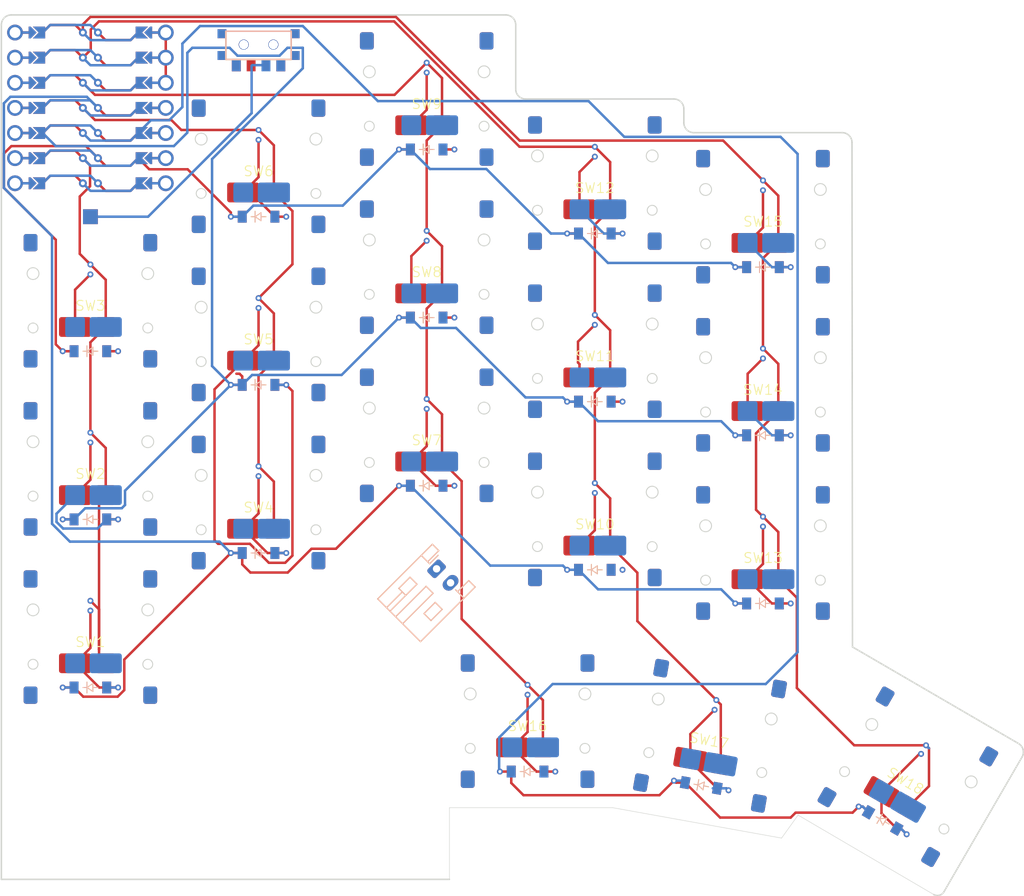
<source format=kicad_pcb>
(kicad_pcb (version 20241229) (generator "pcbnew") (generator_version "9.0")
  (title_block (title "main") (rev "v1.0.0") (company "Unknown"))
  (layers (0 "F.Cu" signal) (2 "B.Cu" signal) (13 "F.Paste" user) (15 "B.Paste" user) (5 "F.SilkS" user) (7 "B.SilkS" user) (1 "F.Mask" user) (3 "B.Mask" user) (25 "Edge.Cuts" user))
  (net 0 "")
  (net 1 "pinky_bottom")
  (net 2 "P5")
  (net 3 "pinky_home")
  (net 4 "pinky_top")
  (net 5 "ring_bottom")
  (net 6 "P3")
  (net 7 "ring_home")
  (net 8 "ring_top")
  (net 9 "middle_bottom")
  (net 10 "P2")
  (net 11 "middle_home")
  (net 12 "middle_top")
  (net 13 "index_bottom")
  (net 14 "P1")
  (net 15 "index_home")
  (net 16 "index_top")
  (net 17 "inner_bottom")
  (net 18 "P0")
  (net 19 "inner_home")
  (net 20 "inner_top")
  (net 21 "inner_thumb")
  (net 22 "middle_thumb")
  (net 23 "home_thumb")
  (net 24 "P10")
  (net 25 "P9")
  (net 26 "P8")
  (net 27 "P4")
  (net 28 "VCC5")
  (net 29 "GND")
  (net 30 "VCC3")
  (net 31 "RAW")
  (net 32 "P6")
  (net 33 "P7")
  (net 34 "pos")
  (net 35 "B-")
  (net 36 "BAT+")
  (footprint "E73:SPDT_C128955" (layer "F.Cu") (at 220.45 125.85)
    (property "Reference" "T1" (hide yes))
    (property "Value" "" (hide yes))
  )
  (footprint "leptiosis:CPG1316S01D02_reversible_mikefives" (layer "F.Cu") (at 254.45 156.85)
    (property "Reference" "SW11")
    (property "Value" "CPG1316S01D02_reversible_mikefives" (hide yes))
    (fp_circle (center -5.8 -2.75) (end -5.2 -2.75) (stroke (width 0.1)) (fill no) (layer "Edge.Cuts"))
    (fp_circle (center -5.8 2.75) (end -5.3 2.75) (stroke (width 0.1)) (fill no) (layer "Edge.Cuts"))
    (fp_circle (center 5.8 -2.75) (end 6.4 -2.75) (stroke (width 0.1)) (fill no) (layer "Edge.Cuts"))
    (fp_circle (center 5.8 2.75) (end 6.3 2.75) (stroke (width 0.1)) (fill no) (layer "Edge.Cuts"))
  )
  (footprint "leptiosis:CPG1316S01D02_reversible_mikefives" (layer "F.Cu") (at 266.095094 195.732504 -10)
    (property "Reference" "SW17")
    (property "Value" "CPG1316S01D02_reversible_mikefives" (hide yes))
    (fp_circle (center -5.8 2.75) (end -5.3 2.75) (stroke (width 0.1)) (fill no) (layer "Edge.Cuts"))
    (fp_circle (center -5.8 -2.75) (end -5.2 -2.75) (stroke (width 0.1)) (fill no) (layer "Edge.Cuts"))
    (fp_circle (center 5.8 2.75) (end 6.3 2.75) (stroke (width 0.1)) (fill no) (layer "Edge.Cuts"))
    (fp_circle (center 5.8 -2.75) (end 6.4 -2.75) (stroke (width 0.1)) (fill no) (layer "Edge.Cuts"))
  )
  (footprint "VIA-0.6mm" (layer "F.Cu") (at 254.45 153.18)
    (property "Reference" "REF**" (hide yes))
    (property "Value" "VIA-0.6mm" (hide yes))
  )
  (footprint "VIA-0.6mm" (layer "F.Cu") (at 223.25 177.25)
    (property "Reference" "REF**" (hide yes))
    (property "Value" "VIA-0.6mm" (hide yes))
  )
  (footprint "VIA-0.6mm" (layer "F.Cu") (at 237.45 161.68)
    (property "Reference" "REF**" (hide yes))
    (property "Value" "VIA-0.6mm" (hide yes))
  )
  (footprint "VIA-0.6mm" (layer "F.Cu") (at 234.65 136.45)
    (property "Reference" "REF**" (hide yes))
    (property "Value" "VIA-0.6mm" (hide yes))
  )
  (footprint "VIA-0.6mm" (layer "F.Cu") (at 254.45 170.18)
    (property "Reference" "REF**" (hide yes))
    (property "Value" "VIA-0.6mm" (hide yes))
  )
  (footprint "ComboDiode" (layer "F.Cu") (at 254.45 144.95)
    (property "Reference" "D12" (hide yes))
    (property "Value" "" (hide yes))
  )
  (footprint "Connector_JST:JST_PH_S2B-PH-K_1x02_P2.00mm_Horizontal" (layer "F.Cu") (at 238.45 178.85 -45)
    (property "Reference" "_73" (hide yes))
    (property "Value" "" (hide yes))
  )
  (footprint "ComboDiode" (layer "F.Cu") (at 283.550344 204.289076 -30)
    (property "Reference" "D18" (hide yes))
    (property "Value" "" (hide yes))
  )
  (footprint "VIA-0.6mm" (layer "F.Cu") (at 203.45 182.08)
    (property "Reference" "REF**" (hide yes))
    (property "Value" "VIA-0.6mm" (hide yes))
  )
  (footprint "ComboDiode" (layer "F.Cu") (at 265.209488 200.755023 -10)
    (property "Reference" "D17" (hide yes))
    (property "Value" "" (hide yes))
  )
  (footprint "ComboDiode" (layer "F.Cu") (at 220.45 160.25)
    (property "Reference" "D5" (hide yes))
    (property "Value" "" (hide yes))
  )
  (footprint "VIA-0.6mm" (layer "F.Cu") (at 271.45 157.58)
    (property "Reference" "REF**" (hide yes))
    (property "Value" "VIA-0.6mm" (hide yes))
  )
  (footprint "leptiosis:CPG1316S01D02_reversible_mikefives" (layer "F.Cu") (at 237.45 165.35)
    (property "Reference" "SW7")
    (property "Value" "CPG1316S01D02_reversible_mikefives" (hide yes))
    (fp_circle (center -5.8 -2.75) (end -5.2 -2.75) (stroke (width 0.1)) (fill no) (layer "Edge.Cuts"))
    (fp_circle (center -5.8 2.75) (end -5.3 2.75) (stroke (width 0.1)) (fill no) (layer "Edge.Cuts"))
    (fp_circle (center 5.8 -2.75) (end 6.4 -2.75) (stroke (width 0.1)) (fill no) (layer "Edge.Cuts"))
    (fp_circle (center 5.8 2.75) (end 6.3 2.75) (stroke (width 0.1)) (fill no) (layer "Edge.Cuts"))
  )
  (footprint "VIA-0.6mm" (layer "F.Cu") (at 223.25 160.25)
    (property "Reference" "REF**" (hide yes))
    (property "Value" "VIA-0.6mm" (hide yes))
  )
  (footprint "leptiosis:CPG1316S01D02_reversible_mikefives" (layer "F.Cu") (at 271.45 177.25)
    (property "Reference" "SW13")
    (property "Value" "CPG1316S01D02_reversible_mikefives" (hide yes))
    (fp_circle (center -5.8 -2.75) (end -5.2 -2.75) (stroke (width 0.1)) (fill no) (layer "Edge.Cuts"))
    (fp_circle (center -5.8 2.75) (end -5.3 2.75) (stroke (width 0.1)) (fill no) (layer "Edge.Cuts"))
    (fp_circle (center 5.8 -2.75) (end 6.4 -2.75) (stroke (width 0.1)) (fill no) (layer "Edge.Cuts"))
    (fp_circle (center 5.8 2.75) (end 6.3 2.75) (stroke (width 0.1)) (fill no) (layer "Edge.Cuts"))
  )
  (footprint "VIA-0.6mm" (layer "F.Cu") (at 262.452026 200.268808 -10)
    (property "Reference" "REF**" (hide yes))
    (property "Value" "VIA-0.6mm" (hide yes))
  )
  (footprint "VIA-0.6mm" (layer "F.Cu") (at 220.45 134.48)
    (property "Reference" "REF**" (hide yes))
    (property "Value" "VIA-0.6mm" (hide yes))
  )
  (footprint "VIA-0.6mm" (layer "F.Cu") (at 220.45 151.48)
    (property "Reference" "REF**" (hide yes))
    (property "Value" "VIA-0.6mm" (hide yes))
  )
  (footprint "VIA-0.6mm" (layer "F.Cu") (at 234.65 153.45)
    (property "Reference" "REF**" (hide yes))
    (property "Value" "VIA-0.6mm" (hide yes))
  )
  (footprint "VIA-0.6mm" (layer "F.Cu") (at 203.45 166.08)
    (property "Reference" "REF**" (hide yes))
    (property "Value" "VIA-0.6mm" (hide yes))
  )
  (footprint "ComboDiode" (layer "F.Cu") (at 237.45 170.45)
    (property "Reference" "D7" (hide yes))
    (property "Value" "" (hide yes))
  )
  (footprint "VIA-0.6mm" (layer "F.Cu") (at 257.25 144.95)
    (property "Reference" "REF**" (hide yes))
    (property "Value" "VIA-0.6mm" (hide yes))
  )
  (footprint "ComboDiode" (layer "F.Cu") (at 203.45 156.85)
    (property "Reference" "D3" (hide yes))
    (property "Value" "" (hide yes))
  )
  (footprint "ComboDiode" (layer "F.Cu") (at 203.45 173.85)
    (property "Reference" "D2" (hide yes))
    (property "Value" "" (hide yes))
  )
  (footprint "VIA-0.6mm" (layer "F.Cu") (at 254.45 154.18)
    (property "Reference" "REF**" (hide yes))
    (property "Value" "VIA-0.6mm" (hide yes))
  )
  (footprint "VIA-0.6mm" (layer "F.Cu") (at 220.45 135.48)
    (property "Reference" "REF**" (hide yes))
    (property "Value" "VIA-0.6mm" (hide yes))
  )
  (footprint "VIA-0.6mm" (layer "F.Cu") (at 217.65 143.25)
    (property "Reference" "REF**" (hide yes))
    (property "Value" "VIA-0.6mm" (hide yes))
  )
  (footprint "VIA-0.6mm" (layer "F.Cu") (at 206.25 173.85)
    (property "Reference" "REF**" (hide yes))
    (property "Value" "VIA-0.6mm" (hide yes))
  )
  (footprint "VIA-0.6mm" (layer "F.Cu") (at 237.45 162.68)
    (property "Reference" "REF**" (hide yes))
    (property "Value" "VIA-0.6mm" (hide yes))
  )
  (footprint "VIA-0.6mm" (layer "F.Cu") (at 223.25 143.25)
    (property "Reference" "REF**" (hide yes))
    (property "Value" "VIA-0.6mm" (hide yes))
  )
  (footprint "leptiosis:CPG1316S01D02_reversible_mikefives" (layer "F.Cu") (at 254.45 139.85)
    (property "Reference" "SW12")
    (property "Value" "CPG1316S01D02_reversible_mikefives" (hide yes))
    (fp_circle (center -5.8 -2.75) (end -5.2 -2.75) (stroke (width 0.1)) (fill no) (layer "Edge.Cuts"))
    (fp_circle (center -5.8 2.75) (end -5.3 2.75) (stroke (width 0.1)) (fill no) (layer "Edge.Cuts"))
    (fp_circle (center 5.8 -2.75) (end 6.4 -2.75) (stroke (width 0.1)) (fill no) (layer "Edge.Cuts"))
    (fp_circle (center 5.8 2.75) (end 6.3 2.75) (stroke (width 0.1)) (fill no) (layer "Edge.Cuts"))
  )
  (footprint "VIA-0.6mm" (layer "F.Cu") (at 274.25 182.35)
    (property "Reference" "REF**" (hide yes))
    (property "Value" "VIA-0.6mm" (hide yes))
  )
  (footprint "VIA-0.6mm" (layer "F.Cu") (at 271.45 139.58)
    (property "Reference" "REF**" (hide yes))
    (property "Value" "VIA-0.6mm" (hide yes))
  )
  (footprint "VIA-0.6mm" (layer "F.Cu") (at 200.65 173.85)
    (property "Reference" "REF**" (hide yes))
    (property "Value" "VIA-0.6mm" (hide yes))
  )
  (footprint "VIA-0.6mm" (layer "F.Cu") (at 268.65 165.35)
    (property "Reference" "REF**" (hide yes))
    (property "Value" "VIA-0.6mm" (hide yes))
  )
  (footprint "VIA-0.6mm" (layer "F.Cu") (at 254.45 137.18)
    (property "Reference" "REF**" (hide yes))
    (property "Value" "VIA-0.6mm" (hide yes))
  )
  (footprint "ComboDiode" (layer "F.Cu") (at 271.45 165.35)
    (property "Reference" "D14" (hide yes))
    (property "Value" "" (hide yes))
  )
  (footprint "ComboDiode" (layer "F.Cu") (at 271.45 148.35)
    (property "Reference" "D15" (hide yes))
    (property "Value" "" (hide yes))
  )
  (footprint "VIA-0.6mm" (layer "F.Cu") (at 268.65 148.35)
    (property "Reference" "REF**" (hide yes))
    (property "Value" "VIA-0.6mm" (hide yes))
  )
  (footprint "VIA-0.6mm" (layer "F.Cu") (at 271.45 173.58)
    (property "Reference" "REF**" (hide yes))
    (property "Value" "VIA-0.6mm" (hide yes))
  )
  (footprint "VIA-0.6mm" (layer "F.Cu") (at 240.25 136.45)
    (property "Reference" "REF**" (hide yes))
    (property "Value" "VIA-0.6mm" (hide yes))
  )
  (footprint "VIA-0.6mm" (layer "F.Cu") (at 257.25 178.95)
    (property "Reference" "REF**" (hide yes))
    (property "Value" "VIA-0.6mm" (hide yes))
  )
  (footprint "E73:SPDT_C128955" (layer "F.Cu") (at 220.45 125.85)
    (property "Reference" "T2" (hide yes))
    (property "Value" "" (hide yes))
  )
  (footprint "VIA-0.6mm" (layer "F.Cu") (at 220.45 168.48)
    (property "Reference" "REF**" (hide yes))
    (property "Value" "VIA-0.6mm" (hide yes))
  )
  (footprint "VIA-0.6mm" (layer "F.Cu") (at 271.45 140.58)
    (property "Reference" "REF**" (hide yes))
    (property "Value" "VIA-0.6mm" (hide yes))
  )
  (footprint "VIA-0.6mm" (layer "F.Cu") (at 285.975215 205.689076 -30)
    (property "Reference" "REF**" (hide yes))
    (property "Value" "VIA-0.6mm" (hide yes))
  )
  (footprint "ComboDiode" (layer "F.Cu") (at 237.45 153.45)
    (property "Reference" "D8" (hide yes))
    (property "Value" "" (hide yes))
  )
  (footprint "VIA-0.6mm" (layer "F.Cu") (at 274.25 165.35)
    (property "Reference" "REF**" (hide yes))
    (property "Value" "VIA-0.6mm" (hide yes))
  )
  (footprint "SMDPad" (layer "F.Cu") (at 203.45 143.25)
    (property "Reference" "PAD1" (hide yes))
    (property "Value" "" (hide yes))
  )
  (footprint "ComboDiode" (layer "F.Cu") (at 220.45 177.25)
    (property "Reference" "D4" (hide yes))
    (property "Value" "" (hide yes))
  )
  (footprint "leptiosis:CPG1316S01D02_reversible_mikefives" (layer "F.Cu") (at 203.45 151.75)
    (property "Reference" "SW3")
    (property "Value" "CPG1316S01D02_reversible_mikefives" (hide yes))
    (fp_circle (center -5.8 -2.75) (end -5.2 -2.75) (stroke (width 0.1)) (fill no) (layer "Edge.Cuts"))
    (fp_circle (center -5.8 2.75) (end -5.3 2.75) (stroke (width 0.1)) (fill no) (layer "Edge.Cuts"))
    (fp_circle (center 5.8 -2.75) (end 6.4 -2.75) (stroke (width 0.1)) (fill no) (layer "Edge.Cuts"))
    (fp_circle (center 5.8 2.75) (end 6.3 2.75) (stroke (width 0.1)) (fill no) (layer "Edge.Cuts"))
  )
  (footprint "ComboDiode" (layer "F.Cu") (at 203.45 190.85)
    (property "Reference" "D1" (hide yes))
    (property "Value" "" (hide yes))
  )
  (footprint "VIA-0.6mm" (layer "F.Cu") (at 217.65 160.25)
    (property "Reference" "REF**" (hide yes))
    (property "Value" "VIA-0.6mm" (hide yes))
  )
  (footprint "leptiosis:CPG1316S01D02_reversible_mikefives" (layer "F.Cu") (at 203.45 168.75)
    (property "Reference" "SW2")
    (property "Value" "CPG1316S01D02_reversible_mikefives" (hide yes))
    (fp_circle (center -5.8 -2.75) (end -5.2 -2.75) (stroke (width 0.1)) (fill no) (layer "Edge.Cuts"))
    (fp_circle (center -5.8 2.75) (end -5.3 2.75) (stroke (width 0.1)) (fill no) (layer "Edge.Cuts"))
    (fp_circle (center 5.8 -2.75) (end 6.4 -2.75) (stroke (width 0.1)) (fill no) (layer "Edge.Cuts"))
    (fp_circle (center 5.8 2.75) (end 6.3 2.75) (stroke (width 0.1)) (fill no) (layer "Edge.Cuts"))
  )
  (footprint "leptiosis:CPG1316S01D02_reversible_mikefives" (layer "F.Cu") (at 271.45 143.25)
    (property "Reference" "SW15")
    (property "Value" "CPG1316S01D02_reversible_mikefives" (hide yes))
    (fp_circle (center -5.8 -2.75) (end -5.2 -2.75) (stroke (width 0.1)) (fill no) (layer "Edge.Cuts"))
    (fp_circle (center -5.8 2.75) (end -5.3 2.75) (stroke (width 0.1)) (fill no) (layer "Edge.Cuts"))
    (fp_circle (center 5.8 -2.75) (end 6.4 -2.75) (stroke (width 0.1)) (fill no) (layer "Edge.Cuts"))
    (fp_circle (center 5.8 2.75) (end 6.3 2.75) (stroke (width 0.1)) (fill no) (layer "Edge.Cuts"))
  )
  (footprint "VIA-0.6mm" (layer "F.Cu") (at 251.65 144.95)
    (property "Reference" "REF**" (hide yes))
    (property "Value" "VIA-0.6mm" (hide yes))
  )
  (footprint "VIA-0.6mm" (layer "F.Cu") (at 200.65 190.85)
    (property "Reference" "REF**" (hide yes))
    (property "Value" "VIA-0.6mm" (hide yes))
  )
  (footprint "VIA-0.6mm" (layer "F.Cu") (at 254.45 136.18)
    (property "Reference" "REF**" (hide yes))
    (property "Value" "VIA-0.6mm" (hide yes))
  )
  (footprint "VIA-0.6mm" (layer "F.Cu") (at 237.45 127.68)
    (property "Reference" "REF**" (hide yes))
    (property "Value" "VIA-0.6mm" (hide yes))
  )
  (footprint "leptiosis:CPG1316S01D02_reversible_mikefives" (layer "F.Cu") (at 220.45 138.15)
    (property "Reference" "SW6")
    (property "Value" "CPG1316S01D02_reversible_mikefives" (hide yes))
    (fp_circle (center -5.8 -2.75) (end -5.2 -2.75) (stroke (width 0.1)) (fill no) (layer "Edge.Cuts"))
    (fp_circle (center -5.8 2.75) (end -5.3 2.75) (stroke (width 0.1)) (fill no) (layer "Edge.Cuts"))
    (fp_circle (center 5.8 -2.75) (end 6.4 -2.75) (stroke (width 0.1)) (fill no) (layer "Edge.Cuts"))
    (fp_circle (center 5.8 2.75) (end 6.3 2.75) (stroke (width 0.1)) (fill no) (layer "Edge.Cuts"))
  )
  (footprint "VIA-0.6mm" (layer "F.Cu") (at 251.65 178.95)
    (property "Reference" "REF**" (hide yes))
    (property "Value" "VIA-0.6mm" (hide yes))
  )
  (footprint "leptiosis:CPG1316S01D02_reversible_mikefives" (layer "F.Cu") (at 254.45 173.85)
    (property "Reference" "SW10")
    (property "Value" "CPG1316S01D02_reversible_mikefives" (hide yes))
    (fp_circle (center -5.8 -2.75) (end -5.2 -2.75) (stroke (width 0.1)) (fill no) (layer "Edge.Cuts"))
    (fp_circle (center -5.8 2.75) (end -5.3 2.75) (stroke (width 0.1)) (fill no) (layer "Edge.Cuts"))
    (fp_circle (center 5.8 -2.75) (end 6.4 -2.75) (stroke (width 0.1)) (fill no) (layer "Edge.Cuts"))
    (fp_circle (center 5.8 2.75) (end 6.3 2.75) (stroke (width 0.1)) (fill no) (layer "Edge.Cuts"))
  )
  (footprint "VIA-0.6mm" (layer "F.Cu") (at 250.45 199.35)
    (property "Reference" "REF**" (hide yes))
    (property "Value" "VIA-0.6mm" (hide yes))
  )
  (footprint "VIA-0.6mm" (layer "F.Cu") (at 247.65 190.58)
    (property "Reference" "REF**" (hide yes))
    (property "Value" "VIA-0.6mm" (hide yes))
  )
  (footprint "VIA-0.6mm" (layer "F.Cu") (at 240.25 170.45)
    (property "Reference" "REF**" (hide yes))
    (property "Value" "VIA-0.6mm" (hide yes))
  )
  (footprint "VIA-0.6mm" (layer "F.Cu") (at 266.558734 193.103067 -10)
    (property "Reference" "REF**" (hide yes))
    (property "Value" "VIA-0.6mm" (hide yes))
  )
  (footprint "VIA-0.6mm" (layer "F.Cu") (at 281.125473 202.889076 -30)
    (property "Reference" "REF**" (hide yes))
    (property "Value" "VIA-0.6mm" (hide yes))
  )
  (footprint "VIA-0.6mm" (layer "F.Cu") (at 203.45 149.08)
    (property "Reference" "REF**" (hide yes))
    (property "Value" "VIA-0.6mm" (hide yes))
  )
  (footprint "VIA-0.6mm" (layer "F.Cu") (at 244.85 199.35)
    (property "Reference" "REF**" (hide yes))
    (property "Value" "VIA-0.6mm" (hide yes))
  )
  (footprint "VIA-0.6mm" (layer "F.Cu") (at 234.65 170.45)
    (property "Reference" "REF**" (hide yes))
    (property "Value" "VIA-0.6mm" (hide yes))
  )
  (footprint "VIA-0.6mm" (layer "F.Cu") (at 203.45 148.08)
    (property "Reference" "REF**" (hide yes))
    (property "Value" "VIA-0.6mm" (hide yes))
  )
  (footprint "VIA-0.6mm" (layer "F.Cu") (at 271.45 156.58)
    (property "Reference" "REF**" (hide yes))
    (property "Value" "VIA-0.6mm" (hide yes))
  )
  (footprint "ComboDiode" (layer "F.Cu") (at 220.45 143.25)
    (property "Reference" "D6" (hide yes))
    (property "Value" "" (hide yes))
  )
  (footprint "ComboDiode" (layer "F.Cu") (at 254.45 178.95)
    (property "Reference" "D10" (hide yes))
    (property "Value" "" (hide yes))
  )
  (footprint "leptiosis:CPG1316S01D02_reversible_mikefives" (layer "F.Cu") (at 220.45 155.15)
    (property "Reference" "SW5")
    (property "Value" "CPG1316S01D02_reversible_mikefives" (hide yes))
    (fp_circle (center -5.8 -2.75) (end -5.2 -2.75) (stroke (width 0.1)) (fill no) (layer "Edge.Cuts"))
    (fp_circle (center -5.8 2.75) (end -5.3 2.75) (stroke (width 0.1)) (fill no) (layer "Edge.Cuts"))
    (fp_circle (center 5.8 -2.75) (end 6.4 -2.75) (stroke (width 0.1)) (fill no) (layer "Edge.Cuts"))
    (fp_circle (center 5.8 2.75) (end 6.3 2.75) (stroke (width 0.1)) (fill no) (layer "Edge.Cuts"))
  )
  (footprint "VIA-0.6mm" (layer "F.Cu") (at 274.25 148.35)
    (property "Reference" "REF**" (hide yes))
    (property "Value" "VIA-0.6mm" (hide yes))
  )
  (footprint "VIA-0.6mm" (layer "F.Cu") (at 237.45 144.68)
    (property "Reference" "REF**" (hide yes))
    (property "Value" "VIA-0.6mm" (hide yes))
  )
  (footprint "VIA-0.6mm" (layer "F.Cu") (at 287.935344 196.694033 -30)
    (property "Reference" "REF**" (hide yes))
    (property "Value" "VIA-0.6mm" (hide yes))
  )
  (footprint "VIA-0.6mm" (layer "F.Cu") (at 271.45 174.58)
    (property "Reference" "REF**" (hide yes))
    (property "Value" "VIA-0.6mm" (hide yes))
  )
  (footprint "leptiosis:CPG1316S01D02_reversible_mikefives" (layer "F.Cu") (at 247.65 194.25)
    (property "Reference" "SW16")
    (property "Value" "CPG1316S01D02_reversible_mikefives" (hide yes))
    (fp_circle (center -5.8 -2.75) (end -5.2 -2.75) (stroke (width 0.1)) (fill no) (layer "Edge.Cuts"))
    (fp_circle (center -5.8 2.75) (end -5.3 2.75) (stroke (width 0.1)) (fill no) (layer "Edge.Cuts"))
    (fp_circle (center 5.8 -2.75) (end 6.4 -2.75) (stroke (width 0.1)) (fill no) (layer "Edge.Cuts"))
    (fp_circle (center 5.8 2.75) (end 6.3 2.75) (stroke (width 0.1)) (fill no) (layer "Edge.Cuts"))
  )
  (footprint "VIA-0.6mm" (layer "F.Cu") (at 203.45 183.08)
    (property "Reference" "REF**" (hide yes))
    (property "Value" "VIA-0.6mm" (hide yes))
  )
  (footprint "VIA-0.6mm" (layer "F.Cu") (at 206.25 156.85)
    (property "Reference" "REF**" (hide yes))
    (property "Value" "VIA-0.6mm" (hide yes))
  )
  (footprint "VIA-0.6mm" (layer "F.Cu") (at 203.45 165.08)
    (property "Reference" "REF**" (hide yes))
    (property "Value" "VIA-0.6mm" (hide yes))
  )
  (footprint "leptiosis:CPG1316S01D02_reversible_mikefives" (layer "F.Cu") (at 237.45 131.35)
    (property "Reference" "SW9")
    (property "Value" "CPG1316S01D02_reversible_mikefives" (hide yes))
    (fp_circle (center -5.8 -2.75) (end -5.2 -2.75) (stroke (width 0.1)) (fill no) (layer "Edge.Cuts"))
    (fp_circle (center -5.8 2.75) (end -5.3 2.75) (stroke (width 0.1)) (fill no) (layer "Edge.Cuts"))
    (fp_circle (center 5.8 -2.75) (end 6.4 -2.75) (stroke (width 0.1)) (fill no) (layer "Edge.Cuts"))
    (fp_circle (center 5.8 2.75) (end 6.3 2.75) (stroke (width 0.1)) (fill no) (layer "Edge.Cuts"))
  )
  (footprint "VIA-0.6mm" (layer "F.Cu") (at 287.435344 197.560058 -30)
    (property "Reference" "REF**" (hide yes))
    (property "Value" "VIA-0.6mm" (hide yes))
  )
  (footprint "VIA-0.6mm" (layer "F.Cu") (at 251.65 161.95)
    (property "Reference" "REF**" (hide yes))
    (property "Value" "VIA-0.6mm" (hide yes))
  )
  (footprint "VIA-0.6mm" (layer "F.Cu") (at 237.45 128.68)
    (property "Reference" "REF**" (hide yes))
    (property "Value" "VIA-0.6mm" (hide yes))
  )
  (footprint "VIA-0.6mm" (layer "F.Cu") (at 206.25 190.85)
    (property "Reference" "REF**" (hide yes))
    (property "Value" "VIA-0.6mm" (hide yes))
  )
  (footprint "VIA-0.6mm" (layer "F.Cu") (at 237.45 145.68)
    (property "Reference" "REF**" (hide yes))
    (property "Value" "VIA-0.6mm" (hide yes))
  )
  (footprint "VIA-0.6mm" (layer "F.Cu") (at 266.732383 192.118259 -10)
    (property "Reference" "REF**" (hide yes))
    (property "Value" "VIA-0.6mm" (hide yes))
  )
  (footprint "VIA-0.6mm" (layer "F.Cu") (at 217.65 177.25)
    (property "Reference" "REF**" (hide yes))
    (property "Value" "VIA-0.6mm" (hide yes))
  )
  (footprint "leptiosis:CPG1316S01D02_reversible_mikefives" (layer "F.Cu") (at 271.45 160.25)
    (property "Reference" "SW14")
    (property "Value" "CPG1316S01D02_reversible_mikefives" (hide yes))
    (fp_circle (center -5.8 -2.75) (end -5.2 -2.75) (stroke (width 0.1)) (fill no) (layer "Edge.Cuts"))
    (fp_circle (center -5.8 2.75) (end -5.3 2.75) (stroke (width 0.1)) (fill no) (layer "Edge.Cuts"))
    (fp_circle (center 5.8 -2.75) (end 6.4 -2.75) (stroke (width 0.1)) (fill no) (layer "Edge.Cuts"))
    (fp_circle (center 5.8 2.75) (end 6.3 2.75) (stroke (width 0.1)) (fill no) (layer "Edge.Cuts"))
  )
  (footprint "VIA-0.6mm" (layer "F.Cu") (at 254.45 171.18)
    (property "Reference" "REF**" (hide yes))
    (property "Value" "VIA-0.6mm" (hide yes))
  )
  (footprint "leptiosis:CPG1316S01D02_reversible_mikefives" (layer "F.Cu") (at 237.45 148.35)
    (property "Reference" "SW8")
    (property "Value" "CPG1316S01D02_reversible_mikefives" (hide yes))
    (fp_circle (center -5.8 -2.75) (end -5.2 -2.75) (stroke (width 0.1)) (fill no) (layer "Edge.Cuts"))
    (fp_circle (center -5.8 2.75) (end -5.3 2.75) (stroke (width 0.1)) (fill no) (layer "Edge.Cuts"))
    (fp_circle (center 5.8 -2.75) (end 6.4 -2.75) (stroke (width 0.1)) (fill no) (layer "Edge.Cuts"))
    (fp_circle (center 5.8 2.75) (end 6.3 2.75) (stroke (width 0.1)) (fill no) (layer "Edge.Cuts"))
  )
  (footprint "VIA-0.6mm" (layer "F.Cu") (at 220.45 169.48)
    (property "Reference" "REF**" (hide yes))
    (property "Value" "VIA-0.6mm" (hide yes))
  )
  (footprint "leptiosis:CPG1316S01D02_reversible_mikefives" (layer "F.Cu") (at 286.100344 199.872346 -30)
    (property "Reference" "SW18")
    (property "Value" "CPG1316S01D02_reversible_mikefives" (hide yes))
    (fp_circle (center -5.8 2.75) (end -5.3 2.75) (stroke (width 0.1)) (fill no) (layer "Edge.Cuts"))
    (fp_circle (center -5.8 -2.75) (end -5.2 -2.75) (stroke (width 0.1)) (fill no) (layer "Edge.Cuts"))
    (fp_circle (center 5.8 2.75) (end 6.3 2.75) (stroke (width 0.1)) (fill no) (layer "Edge.Cuts"))
    (fp_circle (center 5.8 -2.75) (end 6.4 -2.75) (stroke (width 0.1)) (fill no) (layer "Edge.Cuts"))
  )
  (footprint "VIA-0.6mm" (layer "F.Cu") (at 267.96695 201.241238 -10)
    (property "Reference" "REF**" (hide yes))
    (property "Value" "VIA-0.6mm" (hide yes))
  )
  (footprint "VIA-0.6mm" (layer "F.Cu") (at 200.65 156.85)
    (property "Reference" "REF**" (hide yes))
    (property "Value" "VIA-0.6mm" (hide yes))
  )
  (footprint "VIA-0.6mm" (layer "F.Cu") (at 257.25 161.95)
    (property "Reference" "REF**" (hide yes))
    (property "Value" "VIA-0.6mm" (hide yes))
  )
  (footprint "VIA-0.6mm" (layer "F.Cu") (at 247.65 191.58)
    (property "Reference" "REF**" (hide yes))
    (property "Value" "VIA-0.6mm" (hide yes))
  )
  (footprint "ComboDiode" (layer "F.Cu") (at 247.65 199.35)
    (property "Reference" "D16" (hide yes))
    (property "Value" "" (hide yes))
  )
  (footprint "leptiosis:CPG1316S01D02_reversible_mikefives" (layer "F.Cu") (at 220.45 172.15)
    (property "Reference" "SW4")
    (property "Value" "CPG1316S01D02_reversible_mikefives" (hide yes))
    (fp_circle (center -5.8 -2.75) (end -5.2 -2.75) (stroke (width 0.1)) (fill no) (layer "Edge.Cuts"))
    (fp_circle (center -5.8 2.75) (end -5.3 2.75) (stroke (width 0.1)) (fill no) (layer "Edge.Cuts"))
    (fp_circle (center 5.8 -2.75) (end 6.4 -2.75) (stroke (width 0.1)) (fill no) (layer "Edge.Cuts"))
    (fp_circle (center 5.8 2.75) (end 6.3 2.75) (stroke (width 0.1)) (fill no) (layer "Edge.Cuts"))
  )
  (footprint "xiao-ble" (layer "F.Cu") (at 194.56 142.75 -90)
    (property "Reference" "xiao-ble1" (hide yes))
    (property "Value" "ProMicro" (hide yes))
  )
  (footprint "ComboDiode" (layer "F.Cu") (at 237.45 136.45)
    (property "Reference" "D9" (hide yes))
    (property "Value" "" (hide yes))
  )
  (footprint "ComboDiode" (layer "F.Cu") (at 254.45 161.95)
    (property "Reference" "D11" (hide yes))
    (property "Value" "" (hide yes))
  )
  (footprint "leptiosis:CPG1316S01D02_reversible_mikefives" (layer "F.Cu") (at 203.45 185.75)
    (property "Reference" "SW1")
    (property "Value" "CPG1316S01D02_reversible_mikefives" (hide yes))
    (fp_circle (center -5.8 -2.75) (end -5.2 -2.75) (stroke (width 0.1)) (fill no) (layer "Edge.Cuts"))
    (fp_circle (center -5.8 2.75) (end -5.3 2.75) (stroke (width 0.1)) (fill no) (layer "Edge.Cuts"))
    (fp_circle (center 5.8 -2.75) (end 6.4 -2.75) (stroke (width 0.1)) (fill no) (layer "Edge.Cuts"))
    (fp_circle (center 5.8 2.75) (end 6.3 2.75) (stroke (width 0.1)) (fill no) (layer "Edge.Cuts"))
  )
  (footprint "VIA-0.6mm" (layer "F.Cu") (at 268.65 182.35)
    (property "Reference" "REF**" (hide yes))
    (property "Value" "VIA-0.6mm" (hide yes))
  )
  (footprint "ComboDiode" (layer "F.Cu") (at 271.45 182.35)
    (property "Reference" "D13" (hide yes))
    (property "Value" "" (hide yes))
  )
  (footprint "VIA-0.6mm" (layer "F.Cu") (at 240.25 153.45)
    (property "Reference" "REF**" (hide yes))
    (property "Value" "VIA-0.6mm" (hide yes))
  )
  (footprint "VIA-0.6mm" (layer "F.Cu") (at 220.45 152.48)
    (property "Reference" "REF**" (hide yes))
    (property "Value" "VIA-0.6mm" (hide yes))
  )
  (gr_arc (start 297.278547 196.511131) (mid 297.744473 197.118337) (end 297.644572 197.877156) (stroke (width 0.15)) (layer "Edge.Cuts"))
  (gr_arc (start 289.75 211.5) (mid 289.287751 211.854696) (end 288.710083 211.778645) (stroke (width 0.15)) (layer "Edge.Cuts"))
  (gr_line (start 239.75 203) (end 256.25 203) (stroke (width 0.05)) (layer "Edge.Cuts"))
  (gr_line (start 289.75 211.5) (end 297.644572 197.877156) (stroke (width 0.15)) (layer "Edge.Cuts"))
  (gr_line (start 194.45 210.25) (end 194.45 123.85) (stroke (width 0.15)) (layer "Edge.Cuts"))
  (gr_arc (start 262.45 131.35) (mid 263.157107 131.642893) (end 263.45 132.35) (stroke (width 0.15)) (layer "Edge.Cuts"))
  (gr_line (start 297.278547 196.51113) (end 280.5 186.75) (stroke (width 0.15)) (layer "Edge.Cuts"))
  (gr_arc (start 279.45 134.75) (mid 280.157107 135.042893) (end 280.45 135.75) (stroke (width 0.15)) (layer "Edge.Cuts"))
  (gr_line (start 275 203.75) (end 273.327716 206.076051) (stroke (width 0.05)) (layer "Edge.Cuts"))
  (gr_line (start 280.5 186.75) (end 280.45 135.75) (stroke (width 0.15)) (layer "Edge.Cuts"))
  (gr_line (start 279.45 134.75) (end 264.45 134.75) (stroke (width 0.15)) (layer "Edge.Cuts"))
  (gr_line (start 239.75 203) (end 239.75 210.25) (stroke (width 0.05)) (layer "Edge.Cuts"))
  (gr_arc (start 194.45 123.85) (mid 194.742893 123.142893) (end 195.45 122.85) (stroke (width 0.15)) (layer "Edge.Cuts"))
  (gr_line (start 262.45 131.35) (end 247.45 131.35) (stroke (width 0.15)) (layer "Edge.Cuts"))
  (gr_arc (start 245.45 122.85) (mid 246.157107 123.142893) (end 246.45 123.85) (stroke (width 0.15)) (layer "Edge.Cuts"))
  (gr_arc (start 247.45 131.35) (mid 246.742893 131.057107) (end 246.45 130.35) (stroke (width 0.15)) (layer "Edge.Cuts"))
  (gr_line (start 263.45 133.75) (end 263.45 132.35) (stroke (width 0.15)) (layer "Edge.Cuts"))
  (gr_line (start 195.45 122.85) (end 245.45 122.85) (stroke (width 0.15)) (layer "Edge.Cuts"))
  (gr_line (start 239.75 210.25) (end 194.45 210.25) (stroke (width 0.15)) (layer "Edge.Cuts"))
  (gr_line (start 288.710006 211.778645) (end 275 203.75) (stroke (width 0.05)) (layer "Edge.Cuts"))
  (gr_arc (start 264.45 134.75) (mid 263.742893 134.457107) (end 263.45 133.75) (stroke (width 0.15)) (layer "Edge.Cuts"))
  (gr_line (start 246.45 130.35) (end 246.45 123.85) (stroke (width 0.15)) (layer "Edge.Cuts"))
  (gr_line (start 256.25 203) (end 273.327716 206.076051) (stroke (width 0.05)) (layer "Edge.Cuts"))
  (segment (start 211.07 124.63) (end 211.07 128.945) (width 0.25) (layer "F.Cu") (net 0))
  (segment (start 201.9 188.4) (end 203.45 186.85) (width 0.25) (layer "F.Cu") (net 1))
  (segment (start 203.45 186.85) (end 203.45 183.08) (width 0.25) (layer "F.Cu") (net 1))
  (segment (start 204.35 190.85) (end 201.9 188.4) (width 0.25) (layer "F.Cu") (net 1))
  (segment (start 205.1 190.85) (end 204.35 190.85) (width 0.25) (layer "F.Cu") (net 1))
  (segment (start 205.1 190.85) (end 206.25 190.85) (width 0.25) (layer "F.Cu") (net 1))
  (segment (start 205.1 190.85) (end 206.25 190.85) (width 0.25) (layer "B.Cu") (net 1))
  (segment (start 205 154.4) (end 203.45 155.95) (width 0.25) (layer "F.Cu") (net 2))
  (segment (start 203.45 165.08) (end 205 166.63) (width 0.25) (layer "F.Cu") (net 2))
  (segment (start 203.45 182.08) (end 204.324 182.954) (width 0.25) (layer "F.Cu") (net 2))
  (segment (start 203.414 138.056) (end 202.688 137.33) (width 0.25) (layer "F.Cu") (net 2))
  (segment (start 203.45 155.95) (end 203.45 165.08) (width 0.25) (layer "F.Cu") (net 2))
  (segment (start 203.185 147.815) (end 202.374 147.004) (width 0.25) (layer "F.Cu") (net 2))
  (segment (start 205 166.63) (end 205 171.4) (width 0.25) (layer "F.Cu") (net 2))
  (segment (start 203.45 148.08) (end 203.185 147.815) (width 0.25) (layer "F.Cu") (net 2))
  (segment (start 203.414 140.17072) (end 203.414 138.056) (width 0.25) (layer "F.Cu") (net 2))
  (segment (start 204.324 187.724) (end 205 188.4) (width 0.25) (layer "F.Cu") (net 2))
  (segment (start 204.324 172.076) (end 204.324 187) (width 0.25) (layer "F.Cu") (net 2))
  (segment (start 202.374 141.21072) (end 203.414 140.17072) (width 0.25) (layer "F.Cu") (net 2))
  (segment (start 205 149.63) (end 205 154.4) (width 0.25) (layer "F.Cu") (net 2))
  (segment (start 202.374 147.004) (end 202.374 141.21072) (width 0.25) (layer "F.Cu") (net 2))
  (segment (start 205 171.4) (end 204.324 172.076) (width 0.25) (layer "F.Cu") (net 2))
  (segment (start 203.185 147.815) (end 205 149.63) (width 0.25) (layer "F.Cu") (net 2))
  (segment (start 204.324 187) (end 204.324 187.724) (width 0.25) (layer "F.Cu") (net 2))
  (segment (start 204.324 182.954) (end 204.324 187) (width 0.25) (layer "F.Cu") (net 2))
  (segment (start 203.45 169.85) (end 201.9 171.4) (width 0.25) (layer "F.Cu") (net 3))
  (segment (start 203.45 166.08) (end 203.45 169.85) (width 0.25) (layer "F.Cu") (net 3))
  (segment (start 205.1 173.85) (end 206.25 173.85) (width 0.25) (layer "F.Cu") (net 3))
  (segment (start 204.174 174.776) (end 200.690702 174.776) (width 0.25) (layer "B.Cu") (net 3))
  (segment (start 200.024 174.109298) (end 200.024 173.276) (width 0.25) (layer "B.Cu") (net 3))
  (segment (start 200.690702 174.776) (end 200.024 174.109298) (width 0.25) (layer "B.Cu") (net 3))
  (segment (start 200.024 173.276) (end 201.9 171.4) (width 0.25) (layer "B.Cu") (net 3))
  (segment (start 205.1 173.85) (end 206.25 173.85) (width 0.25) (layer "B.Cu") (net 3))
  (segment (start 205.1 173.85) (end 204.174 174.776) (width 0.25) (layer "B.Cu") (net 3))
  (segment (start 205.1 156.85) (end 206.25 156.85) (width 0.25) (layer "F.Cu") (net 4))
  (segment (start 201.9 154.4) (end 201.9 150.63) (width 0.25) (layer "F.Cu") (net 4))
  (segment (start 201.9 150.63) (end 203.45 149.08) (width 0.25) (layer "F.Cu") (net 4))
  (segment (start 220.45 173.25) (end 218.9 174.8) (width 0.25) (layer "F.Cu") (net 5))
  (segment (start 222.1 177.25) (end 223.25 177.25) (width 0.25) (layer "F.Cu") (net 5))
  (segment (start 220.45 169.48) (end 220.45 173.25) (width 0.25) (layer "F.Cu") (net 5))
  (segment (start 221.35 177.25) (end 222.1 177.25) (width 0.25) (layer "F.Cu") (net 5))
  (segment (start 218.9 174.8) (end 221.35 177.25) (width 0.25) (layer "F.Cu") (net 5))
  (segment (start 222.1 177.25) (end 223.25 177.25) (width 0.25) (layer "B.Cu") (net 5))
  (segment (start 220.45 159.35) (end 220.45 168.48) (width 0.25) (layer "F.Cu") (net 6))
  (segment (start 220.45 134.48) (end 212.640405 134.48) (width 0.25) (layer "F.Cu") (net 6))
  (segment (start 222 170.03) (end 222 174.8) (width 0.25) (layer "F.Cu") (net 6))
  (segment (start 220.45 151.48) (end 222 153.03) (width 0.25) (layer "F.Cu") (net 6))
  (segment (start 223.876 142.676) (end 223.876 148.054) (width 0.25) (layer "F.Cu") (net 6))
  (segment (start 223.876 148.054) (end 220.45 151.48) (width 0.25) (layer "F.Cu") (net 6))
  (segment (start 222 157.8) (end 220.45 159.35) (width 0.25) (layer "F.Cu") (net 6))
  (segment (start 212.640405 134.48) (end 211.632406 133.472001) (width 0.25) (layer "F.Cu") (net 6))
  (segment (start 222 136.03) (end 222 140.8) (width 0.25) (layer "F.Cu") (net 6))
  (segment (start 220.45 134.48) (end 222 136.03) (width 0.25) (layer "F.Cu") (net 6))
  (segment (start 211.632406 133.472001) (end 203.910001 133.472001) (width 0.25) (layer "F.Cu") (net 6))
  (segment (start 222 153.03) (end 222 157.8) (width 0.25) (layer "F.Cu") (net 6))
  (segment (start 203.910001 133.472001) (end 202.688 132.25) (width 0.25) (layer "F.Cu") (net 6))
  (segment (start 220.45 168.48) (end 222 170.03) (width 0.25) (layer "F.Cu") (net 6))
  (segment (start 222 140.8) (end 223.876 142.676) (width 0.25) (layer "F.Cu") (net 6))
  (segment (start 219.576 176.324) (end 221.492676 178.240676) (width 0.25) (layer "F.Cu") (net 7))
  (segment (start 221.492676 178.240676) (end 223.144622 178.240676) (width 0.25) (layer "F.Cu") (net 7))
  (segment (start 223.876 177.509298) (end 223.876 160.876) (width 0.25) (layer "F.Cu") (net 7))
  (segment (start 216.357298 176.324) (end 219.576 176.324) (width 0.25) (layer "F.Cu") (net 7))
  (segment (start 216 160.7) (end 216 175.966702) (width 0.25) (layer "F.Cu") (net 7))
  (segment (start 220.45 156.25) (end 220.45 152.48) (width 0.25) (layer "F.Cu") (net 7))
  (segment (start 218.9 157.8) (end 220.45 156.25) (width 0.25) (layer "F.Cu") (net 7))
  (segment (start 222.1 160.25) (end 223.25 160.25) (width 0.25) (layer "F.Cu") (net 7))
  (segment (start 218.9 157.8) (end 216 160.7) (width 0.25) (layer "F.Cu") (net 7))
  (segment (start 223.876 160.876) (end 223.25 160.25) (width 0.25) (layer "F.Cu") (net 7))
  (segment (start 223.144622 178.240676) (end 223.876 177.509298) (width 0.25) (layer "F.Cu") (net 7))
  (segment (start 216 175.966702) (end 216.357298 176.324) (width 0.25) (layer "F.Cu") (net 7))
  (segment (start 222.1 160.25) (end 223.25 160.25) (width 0.25) (layer "B.Cu") (net 7))
  (segment (start 219.65 140.8) (end 222.1 143.25) (width 0.25) (layer "F.Cu") (net 8))
  (segment (start 218.9 140.8) (end 219.65 140.8) (width 0.25) (layer "F.Cu") (net 8))
  (segment (start 218.9 140.8) (end 220.45 139.25) (width 0.25) (layer "F.Cu") (net 8))
  (segment (start 222.1 143.25) (end 223.25 143.25) (width 0.25) (layer "F.Cu") (net 8))
  (segment (start 220.45 139.25) (end 220.45 135.48) (width 0.25) (layer "F.Cu") (net 8))
  (segment (start 237.45 162.68) (end 237.45 166.45) (width 0.25) (layer "F.Cu") (net 9))
  (segment (start 235.9 168) (end 238.35 170.45) (width 0.25) (layer "F.Cu") (net 9))
  (segment (start 237.45 166.45) (end 235.9 168) (width 0.25) (layer "F.Cu") (net 9))
  (segment (start 239.1 170.45) (end 240.25 170.45) (width 0.25) (layer "F.Cu") (net 9))
  (segment (start 238.35 170.45) (end 239.1 170.45) (width 0.25) (layer "F.Cu") (net 9))
  (segment (start 237.45 144.68) (end 239 146.23) (width 0.25) (layer "F.Cu") (net 10))
  (segment (start 239 134) (end 237.45 135.55) (width 0.25) (layer "F.Cu") (net 10))
  (segment (start 247.65 190.58) (end 249.2 192.13) (width 0.25) (layer "F.Cu") (net 10))
  (segment (start 239 163.23) (end 239 168) (width 0.25) (layer "F.Cu") (net 10))
  (segment (start 203.910001 130.932001) (end 202.688 129.71) (width 0.25) (layer "F.Cu") (net 10))
  (segment (start 234.197999 130.932001) (end 203.910001 130.932001) (width 0.25) (layer "F.Cu") (net 10))
  (segment (start 239 129.23) (end 239 134) (width 0.25) (layer "F.Cu") (net 10))
  (segment (start 239 146.23) (end 239 151) (width 0.25) (layer "F.Cu") (net 10))
  (segment (start 239 168) (end 240.984668 169.984668) (width 0.25) (layer "F.Cu") (net 10))
  (segment (start 237.45 127.68) (end 239 129.23) (width 0.25) (layer "F.Cu") (net 10))
  (segment (start 237.45 135.55) (end 237.45 144.68) (width 0.25) (layer "F.Cu") (net 10))
  (segment (start 237.45 127.68) (end 234.197999 130.932001) (width 0.25) (layer "F.Cu") (net 10))
  (segment (start 249.2 192.13) (end 249.2 196.9) (width 0.25) (layer "F.Cu") (net 10))
  (segment (start 240.984668 183.914668) (end 247.65 190.58) (width 0.25) (layer "F.Cu") (net 10))
  (segment (start 237.45 152.55) (end 237.45 161.68) (width 0.25) (layer "F.Cu") (net 10))
  (segment (start 239 151) (end 237.45 152.55) (width 0.25) (layer "F.Cu") (net 10))
  (segment (start 240.984668 169.984668) (end 240.984668 183.914668) (width 0.25) (layer "F.Cu") (net 10))
  (segment (start 237.45 161.68) (end 239 163.23) (width 0.25) (layer "F.Cu") (net 10))
  (segment (start 235.9 147.23) (end 235.9 151) (width 0.25) (layer "F.Cu") (net 11))
  (segment (start 239.1 153.45) (end 240.25 153.45) (width 0.25) (layer "F.Cu") (net 11))
  (segment (start 237.45 145.68) (end 235.9 147.23) (width 0.25) (layer "F.Cu") (net 11))
  (segment (start 239.1 136.45) (end 240.25 136.45) (width 0.25) (layer "F.Cu") (net 12))
  (segment (start 237.45 132.45) (end 235.9 134) (width 0.25) (layer "F.Cu") (net 12))
  (segment (start 237.45 128.68) (end 237.45 132.45) (width 0.25) (layer "F.Cu") (net 12))
  (segment (start 254.45 171.18) (end 254.45 174.95) (width 0.25) (layer "F.Cu") (net 13))
  (segment (start 254.45 174.95) (end 252.9 176.5) (width 0.25) (layer "F.Cu") (net 13))
  (segment (start 256 171.73) (end 256 176.5) (width 0.25) (layer "F.Cu") (net 14))
  (segment (start 258.75 184.135876) (end 266.732383 192.118259) (width 0.25) (layer "F.Cu") (net 14))
  (segment (start 254.45 153.18) (end 256 154.73) (width 0.25) (layer "F.Cu") (net 14))
  (segment (start 254.45 170.18) (end 256 171.73) (width 0.25) (layer "F.Cu") (net 14))
  (segment (start 203.486 126.372) (end 202.688 127.17) (width 0.25) (layer "F.Cu") (net 14))
  (segment (start 256 142.5) (end 254.45 144.05) (width 0.25) (layer "F.Cu") (net 14))
  (segment (start 267.184734 198.588043) (end 267.161378 198.611399) (width 0.25) (layer "F.Cu") (net 14))
  (segment (start 266.732383 192.118259) (end 267.184734 192.57061) (width 0.25) (layer "F.Cu") (net 14))
  (segment (start 254.45 136.18) (end 256 137.73) (width 0.25) (layer "F.Cu") (net 14))
  (segment (start 203.486 124.32928) (end 203.486 126.372) (width 0.25) (layer "F.Cu") (net 14))
  (segment (start 246.835298 136.18) (end 234.159298 123.504) (width 0.25) (layer "F.Cu") (net 14))
  (segment (start 256 176.5) (end 258.75 179.25) (width 0.25) (layer "F.Cu") (net 14))
  (segment (start 258.75 179.25) (end 258.75 184.135876) (width 0.25) (layer "F.Cu") (net 14))
  (segment (start 254.45 144.05) (end 254.45 153.18) (width 0.25) (layer "F.Cu") (net 14))
  (segment (start 254.45 161.05) (end 254.45 170.18) (width 0.25) (layer "F.Cu") (net 14))
  (segment (start 234.159298 123.504) (end 204.31128 123.504) (width 0.25) (layer "F.Cu") (net 14))
  (segment (start 256 154.73) (end 256 159.5) (width 0.25) (layer "F.Cu") (net 14))
  (segment (start 204.31128 123.504) (end 203.486 124.32928) (width 0.25) (layer "F.Cu") (net 14))
  (segment (start 256 159.5) (end 254.45 161.05) (width 0.25) (layer "F.Cu") (net 14))
  (segment (start 267.184734 192.57061) (end 267.184734 198.588043) (width 0.25) (layer "F.Cu") (net 14))
  (segment (start 254.45 136.18) (end 246.835298 136.18) (width 0.25) (layer "F.Cu") (net 14))
  (segment (start 256 137.73) (end 256 142.5) (width 0.25) (layer "F.Cu") (net 14))
  (segment (start 252.75 155.88) (end 252.75 158) (width 0.25) (layer "F.Cu") (net 15))
  (segment (start 252.9 158.15) (end 252.9 159.5) (width 0.25) (layer "F.Cu") (net 15))
  (segment (start 254.45 154.18) (end 252.75 155.88) (width 0.25) (layer "F.Cu") (net 15))
  (segment (start 256.1 161.95) (end 257.25 161.95) (width 0.25) (layer "F.Cu") (net 15))
  (segment (start 252.75 158) (end 252.9 158.15) (width 0.25) (layer "F.Cu") (net 15))
  (segment (start 252.9 138.73) (end 252.9 142.5) (width 0.25) (layer "F.Cu") (net 16))
  (segment (start 256.1 144.95) (end 257.25 144.95) (width 0.25) (layer "F.Cu") (net 16))
  (segment (start 254.45 137.18) (end 252.9 138.73) (width 0.25) (layer "F.Cu") (net 16))
  (segment (start 256.1 144.95) (end 257.25 144.95) (width 0.25) (layer "B.Cu") (net 16))
  (segment (start 252.9 142.5) (end 255.35 144.95) (width 0.25) (layer "B.Cu") (net 16))
  (segment (start 255.35 144.95) (end 256.1 144.95) (width 0.25) (layer "B.Cu") (net 16))
  (segment (start 273.1 182.35) (end 274.25 182.35) (width 0.25) (layer "F.Cu") (net 17))
  (segment (start 271.45 174.58) (end 271.45 178.35) (width 0.25) (layer "F.Cu") (net 17))
  (segment (start 272.35 182.35) (end 269.9 179.9) (width 0.25) (layer "F.Cu") (net 17))
  (segment (start 273.1 182.35) (end 272.35 182.35) (width 0.25) (layer "F.Cu") (net 17))
  (segment (start 271.45 178.35) (end 269.9 179.9) (width 0.25) (layer "F.Cu") (net 17))
  (segment (start 271.45 139.58) (end 273 141.13) (width 0.25) (layer "F.Cu") (net 18))
  (segment (start 271.45 156.58) (end 273 158.13) (width 0.25) (layer "F.Cu") (net 18))
  (segment (start 287.935344 196.694033) (end 288.235344 196.994033) (width 0.25) (layer "F.Cu") (net 18))
  (segment (start 280.675162 196.694033) (end 274.876 190.894871) (width 0.25) (layer "F.Cu") (net 18))
  (segment (start 273 145.9) (end 271.45 147.45) (width 0.25) (layer "F.Cu") (net 18))
  (segment (start 234.346108 123.053) (end 203.447 123.053) (width 0.25) (layer "F.Cu") (net 18))
  (segment (start 273 158.13) (end 273 162.9) (width 0.25) (layer "F.Cu") (net 18))
  (segment (start 288.235344 196.994033) (end 288.235344 200.824652) (width 0.25) (layer "F.Cu") (net 18))
  (segment (start 287.935344 196.694033) (end 280.675162 196.694033) (width 0.25) (layer "F.Cu") (net 18))
  (segment (start 274.876 181.776) (end 273 179.9) (width 0.25) (layer "F.Cu") (net 18))
  (segment (start 270.75 165.15) (end 270.75 172.88) (width 0.25) (layer "F.Cu") (net 18))
  (segment (start 202.688 123.812) (end 202.688 124.63) (width 0.25) (layer "F.Cu") (net 18))
  (segment (start 271.45 173.58) (end 273 175.13) (width 0.25) (layer "F.Cu") (net 18))
  (segment (start 270.75 172.88) (end 271.45 173.58) (width 0.25) (layer "F.Cu") (net 18))
  (segment (start 203.447 123.053) (end 202.688 123.812) (width 0.25) (layer "F.Cu") (net 18))
  (segment (start 271.45 147.45) (end 271.45 156.58) (width 0.25) (layer "F.Cu") (net 18))
  (segment (start 273 175.13) (end 273 179.9) (width 0.25) (layer "F.Cu") (net 18))
  (segment (start 271.45 139.58) (end 267.424 135.554) (width 0.25) (layer "F.Cu") (net 18))
  (segment (start 273 141.13) (end 273 145.9) (width 0.25) (layer "F.Cu") (net 18))
  (segment (start 274.876 190.894871) (end 274.876 181.776) (width 0.25) (layer "F.Cu") (net 18))
  (segment (start 267.424 135.554) (end 246.847108 135.554) (width 0.25) (layer "F.Cu") (net 18))
  (segment (start 273 162.9) (end 270.75 165.15) (width 0.25) (layer "F.Cu") (net 18))
  (segment (start 246.847108 135.554) (end 234.346108 123.053) (width 0.25) (layer "F.Cu") (net 18))
  (segment (start 288.235344 200.824652) (end 286.117683 202.942313) (width 0.25) (layer "F.Cu") (net 18))
  (segment (start 288.235344 196.994033) (end 287.935344 196.694033) (width 0.25) (layer "B.Cu") (net 18))
  (segment (start 273.1 165.35) (end 274.25 165.35) (width 0.25) (layer "F.Cu") (net 19))
  (segment (start 271.45 157.58) (end 269.9 159.13) (width 0.25) (layer "F.Cu") (net 19))
  (segment (start 269.9 159.13) (end 269.9 162.9) (width 0.25) (layer "F.Cu") (net 19))
  (segment (start 273.1 165.35) (end 274.25 165.35) (width 0.25) (layer "B.Cu") (net 19))
  (segment (start 269.9 162.9) (end 272.35 165.35) (width 0.25) (layer "B.Cu") (net 19))
  (segment (start 272.35 165.35) (end 273.1 165.35) (width 0.25) (layer "B.Cu") (net 19))
  (segment (start 273.1 148.35) (end 274.25 148.35) (width 0.25) (layer "F.Cu") (net 20))
  (segment (start 271.45 140.58) (end 271.45 144.35) (width 0.25) (layer "F.Cu") (net 20))
  (segment (start 271.45 144.35) (end 269.9 145.9) (width 0.25) (layer "F.Cu") (net 20))
  (segment (start 269.9 145.9) (end 272.35 148.35) (width 0.25) (layer "B.Cu") (net 20))
  (segment (start 273.1 148.35) (end 274.25 148.35) (width 0.25) (layer "B.Cu") (net 20))
  (segment (start 272.35 148.35) (end 273.1 148.35) (width 0.25) (layer "B.Cu") (net 20))
  (segment (start 246.1 196.9) (end 248.55 199.35) (width 0.25) (layer "F.Cu") (net 21))
  (segment (start 249.3 199.35) (end 250.45 199.35) (width 0.25) (layer "F.Cu") (net 21))
  (segment (start 247.65 191.58) (end 247.65 195.35) (width 0.25) (layer "F.Cu") (net 21))
  (segment (start 247.65 195.35) (end 246.1 196.9) (width 0.25) (layer "F.Cu") (net 21))
  (segment (start 248.55 199.35) (end 249.3 199.35) (width 0.25) (layer "F.Cu") (net 21))
  (segment (start 264.108474 198.07309) (end 264.108474 198.315595) (width 0.25) (layer "F.Cu") (net 22))
  (segment (start 266.558734 193.103067) (end 264.108474 195.553327) (width 0.25) (layer "F.Cu") (net 22))
  (segment (start 264.108474 198.315595) (end 266.834421 201.041542) (width 0.25) (layer "F.Cu") (net 22))
  (segment (start 264.108474 195.553327) (end 264.108474 198.07309) (width 0.25) (layer "F.Cu") (net 22))
  (segment (start 267.767254 201.041542) (end 267.96695 201.241238) (width 0.25) (layer "B.Cu") (net 22))
  (segment (start 266.834421 201.041542) (end 266.377479 201.041542) (width 0.25) (layer "B.Cu") (net 22))
  (segment (start 266.834421 201.041542) (end 267.767254 201.041542) (width 0.25) (layer "B.Cu") (net 22))
  (segment (start 264.108474 198.772537) (end 264.108474 198.07309) (width 0.25) (layer "B.Cu") (net 22))
  (segment (start 283.433005 203.567795) (end 283.433005 201.392313) (width 0.25) (layer "F.Cu") (net 23))
  (segment (start 287.26526 197.560058) (end 287.435344 197.560058) (width 0.25) (layer "F.Cu") (net 23))
  (segment (start 284.979286 205.114076) (end 283.433005 203.567795) (width 0.25) (layer "F.Cu") (net 23))
  (segment (start 284.979286 205.114076) (end 285.400215 205.114076) (width 0.25) (layer "F.Cu") (net 23))
  (segment (start 285.400215 205.114076) (end 285.975215 205.689076) (width 0.25) (layer "F.Cu") (net 23))
  (segment (start 283.433005 201.392313) (end 287.26526 197.560058) (width 0.25) (layer "F.Cu") (net 23))
  (segment (start 285.400215 205.114076) (end 285.975215 205.689076) (width 0.25) (layer "B.Cu") (net 23))
  (segment (start 223.402486 179.226) (end 225.804486 176.824) (width 0.25) (layer "F.Cu") (net 24))
  (segment (start 225.804486 176.824) (end 228.276 176.824) (width 0.25) (layer "F.Cu") (net 24))
  (segment (start 218.8 177.25) (end 217.65 177.25) (width 0.25) (layer "F.Cu") (net 24))
  (segment (start 218.8 178.4) (end 219.626 179.226) (width 0.25) (layer "F.Cu") (net 24))
  (segment (start 268.65 182.35) (end 269.8 182.35) (width 0.25) (layer "F.Cu") (net 24))
  (segment (start 217.65 177.25) (end 206.876 188.024) (width 0.25) (layer "F.Cu") (net 24))
  (segment (start 201.75 191) (end 201.8 190.95) (width 0.25) (layer "F.Cu") (net 24))
  (segment (start 228.276 176.824) (end 234.65 170.45) (width 0.25) (layer "F.Cu") (net 24))
  (segment (start 234.65 170.45) (end 235.8 170.45) (width 0.25) (layer "F.Cu") (net 24))
  (segment (start 218.8 177.25) (end 218.8 178.4) (width 0.25) (layer "F.Cu") (net 24))
  (segment (start 200.65 190.85) (end 201.8 190.85) (width 0.25) (layer "F.Cu") (net 24))
  (segment (start 206.209298 191.776) (end 202.726 191.776) (width 0.25) (layer "F.Cu") (net 24))
  (segment (start 202.726 191.776) (end 201.8 190.85) (width 0.25) (layer "F.Cu") (net 24))
  (segment (start 206.876 191.109298) (end 206.209298 191.776) (width 0.25) (layer "F.Cu") (net 24))
  (segment (start 201.8 190.95) (end 201.8 190.85) (width 0.25) (layer "F.Cu") (net 24))
  (segment (start 206.876 188.024) (end 206.876 191.109298) (width 0.25) (layer "F.Cu") (net 24))
  (segment (start 219.626 179.226) (end 223.402486 179.226) (width 0.25) (layer "F.Cu") (net 24))
  (segment (start 199.573 145.205405) (end 194.704 140.336405) (width 0.25) (layer "B.Cu") (net 24))
  (segment (start 268.65 182.35) (end 267.226 180.926) (width 0.25) (layer "B.Cu") (net 24))
  (segment (start 203.086 131.124) (end 204.212 132.25) (width 0.25) (layer "B.Cu") (net 24))
  (segment (start 251.65 178.95) (end 251.224 178.524) (width 0.25) (layer "B.Cu") (net 24))
  (segment (start 243.874 178.524) (end 235.8 170.45) (width 0.25) (layer "B.Cu") (net 24))
  (segment (start 267.226 180.926) (end 254.776 180.926) (width 0.25) (layer "B.Cu") (net 24))
  (segment (start 254.776 180.926) (end 252.8 178.95) (width 0.25) (layer "B.Cu") (net 24))
  (segment (start 194.704 131.783595) (end 195.363595 131.124) (width 0.25) (layer "B.Cu") (net 24))
  (segment (start 194.704 140.336405) (end 194.704 131.783595) (width 0.25) (layer "B.Cu") (net 24))
  (segment (start 235.8 170.45) (end 234.65 170.45) (width 0.25) (layer "B.Cu") (net 24))
  (segment (start 251.224 178.524) (end 243.874 178.524) (width 0.25) (layer "B.Cu") (net 24))
  (segment (start 252.8 178.95) (end 251.65 178.95) (width 0.25) (layer "B.Cu") (net 24))
  (segment (start 217.65 177.25) (end 216.5 176.1) (width 0.25) (layer "B.Cu") (net 24))
  (segment (start 199.573 174.296108) (end 199.573 145.205405) (width 0.25) (layer "B.Cu") (net 24))
  (segment (start 218.8 177.25) (end 217.65 177.25) (width 0.25) (layer "B.Cu") (net 24))
  (segment (start 201.8 190.85) (end 200.65 190.85) (width 0.25) (layer "B.Cu") (net 24))
  (segment (start 195.363595 131.124) (end 203.086 131.124) (width 0.25) (layer "B.Cu") (net 24))
  (segment (start 201.376892 176.1) (end 199.573 174.296108) (width 0.25) (layer "B.Cu") (net 24))
  (segment (start 216.5 176.1) (end 201.376892 176.1) (width 0.25) (layer "B.Cu") (net 24))
  (segment (start 268.65 182.35) (end 269.8 182.35) (width 0.25) (layer "B.Cu") (net 24))
  (segment (start 234.65 153.45) (end 235.8 153.45) (width 0.25) (layer "F.Cu") (net 25))
  (segment (start 200.65 173.85) (end 201.8 173.85) (width 0.25) (layer "F.Cu") (net 25))
  (segment (start 218.526 159.126) (end 218.21181 159.126) (width 0.25) (layer "F.Cu") (net 25))
  (segment (start 268.65 165.35) (end 269.8 165.35) (width 0.25) (layer "F.Cu") (net 25))
  (segment (start 218.8 160.25) (end 218.8 159.4) (width 0.25) (layer "F.Cu") (net 25))
  (segment (start 218.8 159.4) (end 218.526 159.126) (width 0.25) (layer "F.Cu") (net 25))
  (segment (start 252.8 161.95) (end 251.65 161.95) (width 0.25) (layer "F.Cu") (net 25))
  (segment (start 218.8 160.25) (end 217.65 160.25) (width 0.25) (layer "F.Cu") (net 25))
  (segment (start 213.25 134.75) (end 211.892 136.108) (width 0.25) (layer "B.Cu") (net 25))
  (segment (start 224.926 128.244215) (end 224.926 126.174) (width 0.25) (layer "B.Cu") (net 25))
  (segment (start 211.892 136.108) (end 199.942 136.108) (width 0.25) (layer "B.Cu") (net 25))
  (segment (start 206.620514 172.726) (end 202.924 172.726) (width 0.25) (layer "B.Cu") (net 25))
  (segment (start 247.445514 161.524) (end 240.421514 154.5) (width 0.25) (layer "B.Cu") (net 25))
  (segment (start 228.85 159.25) (end 219.8 159.25) (width 0.25) (layer "B.Cu") (net 25))
  (segment (start 254.776 163.926) (end 252.8 161.95) (width 0.25) (layer "B.Cu") (net 25))
  (segment (start 252.8 161.95) (end 251.65 161.95) (width 0.25) (layer "B.Cu") (net 25))
  (segment (start 224.926 126.174) (end 223.374 126.174) (width 0.25) (layer "B.Cu") (net 25))
  (segment (start 267.226 163.926) (end 254.776 163.926) (width 0.25) (layer "B.Cu") (net 25))
  (segment (start 215.75 158.35) (end 215.75 137.420215) (width 0.25) (layer "B.Cu") (net 25))
  (segment (start 235.8 153.45) (end 234.65 153.45) (width 0.25) (layer "B.Cu") (net 25))
  (segment (start 218.326 126.974) (end 217.526 126.174) (width 0.25) (layer "B.Cu") (net 25))
  (segment (start 206.951 172.395514) (end 206.620514 172.726) (width 0.25) (layer "B.Cu") (net 25))
  (segment (start 251.224 161.524) (end 247.445514 161.524) (width 0.25) (layer "B.Cu") (net 25))
  (segment (start 217.65 160.25) (end 215.75 158.35) (width 0.25) (layer "B.Cu") (net 25))
  (segment (start 251.65 161.95) (end 251.224 161.524) (width 0.25) (layer "B.Cu") (net 25))
  (segment (start 213.25 126.678405) (end 213.25 134.75) (width 0.25) (layer "B.Cu") (net 25))
  (segment (start 206.951 170.949) (end 206.951 172.395514) (width 0.25) (layer "B.Cu") (net 25))
  (segment (start 215.75 137.420215) (end 224.926 128.244215) (width 0.25) (layer "B.Cu") (net 25))
  (segment (start 236.85 154.5) (end 235.8 153.45) (width 0.25) (layer "B.Cu") (net 25))
  (segment (start 234.65 153.45) (end 228.85 159.25) (width 0.25) (layer "B.Cu") (net 25))
  (segment (start 268.65 165.35) (end 269.8 165.35) (width 0.25) (layer "B.Cu") (net 25))
  (segment (start 201.8 173.85) (end 200.65 173.85) (width 0.25) (layer "B.Cu") (net 25))
  (segment (start 202.924 172.726) (end 201.8 173.85) (width 0.25) (layer "B.Cu") (net 25))
  (segment (start 219.8 159.25) (end 218.8 160.25) (width 0.25) (layer "B.Cu") (net 25))
  (segment (start 268.65 165.35) (end 267.226 163.926) (width 0.25) (layer "B.Cu") (net 25))
  (segment (start 217.526 126.174) (end 213.754405 126.174) (width 0.25) (layer "B.Cu") (net 25))
  (segment (start 223.374 126.174) (end 222.574 126.974) (width 0.25) (layer "B.Cu") (net 25))
  (segment (start 218.8 160.25) (end 217.65 160.25) (width 0.25) (layer "B.Cu") (net 25))
  (segment (start 199.942 136.108) (end 198.624 134.79) (width 0.25) (layer "B.Cu") (net 25))
  (segment (start 240.421514 154.5) (end 236.85 154.5) (width 0.25) (layer "B.Cu") (net 25))
  (segment (start 222.574 126.974) (end 218.326 126.974) (width 0.25) (layer "B.Cu") (net 25))
  (segment (start 213.754405 126.174) (end 213.25 126.678405) (width 0.25) (layer "B.Cu") (net 25))
  (segment (start 217.65 160.25) (end 206.951 170.949) (width 0.25) (layer "B.Cu") (net 25))
  (segment (start 200.65 156.85) (end 199.949 156.149) (width 0.25) (layer "F.Cu") (net 26))
  (segment (start 217.65 143.25) (end 218.8 143.25) (width 0.25) (layer "F.Cu") (net 26))
  (segment (start 200.65 156.85) (end 201.8 156.85) (width 0.25) (layer "F.Cu") (net 26))
  (segment (start 217.65 143.25) (end 217.65 142.825736) (width 0.25) (layer "F.Cu") (net 26))
  (segment (start 202.994 136.112) (end 204.212 137.33) (width 0.25) (layer "F.Cu") (net 26))
  (segment (start 217.65 142.825736) (end 213.280264 138.456) (width 0.25) (layer "F.Cu") (net 26))
  (segment (start 209.402 138.456) (end 208.276 137.33) (width 0.25) (layer "F.Cu") (net 26))
  (segment (start 194.704 140.336405) (end 194.704 136.863595) (width 0.25) (layer "F.Cu") (net 26))
  (segment (start 234.65 136.45) (end 235.8 136.45) (width 0.25) (layer "F.Cu") (net 26))
  (segment (start 195.455595 136.112) (end 202.994 136.112) (width 0.25) (layer "F.Cu") (net 26))
  (segment (start 199.949 156.149) (end 199.949 145.581405) (width 0.25) (layer "F.Cu") (net 26))
  (segment (start 252.8 144.95) (end 251.65 144.95) (width 0.25) (layer "F.Cu") (net 26))
  (segment (start 213.280264 138.456) (end 209.402 138.456) (width 0.25) (layer "F.Cu") (net 26))
  (segment (start 269.8 148.35) (end 268.65 148.35) (width 0.25) (layer "F.Cu") (net 26))
  (segment (start 194.704 136.863595) (end 195.455595 136.112) (width 0.25) (layer "F.Cu") (net 26))
  (segment (start 199.949 145.581405) (end 194.704 140.336405) (width 0.25) (layer "F.Cu") (net 26))
  (segment (start 268.65 148.35) (end 268.224 147.924) (width 0.25) (layer "B.Cu") (net 26))
  (segment (start 255.774 147.924) (end 252.8 144.95) (width 0.25) (layer "B.Cu") (net 26))
  (segment (start 234.65 136.45) (end 228.974 142.126) (width 0.25) (layer "B.Cu") (net 26))
  (segment (start 228.974 142.126) (end 219.924 142.126) (width 0.25) (layer "B.Cu") (net 26))
  (segment (start 250.008636 144.95) (end 251.65 144.95) (width 0.25) (layer "B.Cu") (net 26))
  (segment (start 269.8 148.35) (end 268.65 148.35) (width 0.25) (layer "B.Cu") (net 26))
  (segment (start 234.65 136.45) (end 235.8 136.45) (width 0.25) (layer "B.Cu") (net 26))
  (segment (start 268.224 147.924) (end 255.774 147.924) (width 0.25) (layer "B.Cu") (net 26))
  (segment (start 251.65 144.95) (end 252.8 144.95) (width 0.25) (layer "B.Cu") (net 26))
  (segment (start 235.8 136.45) (end 237.776 138.426) (width 0.25) (layer "B.Cu") (net 26))
  (segment (start 219.924 142.126) (end 218.8 143.25) (width 0.25) (layer "B.Cu") (net 26))
  (segment (start 218.8 143.25) (end 217.65 143.25) (width 0.25) (layer "B.Cu") (net 26))
  (segment (start 237.776 138.426) (end 243.484636 138.426) (width 0.25) (layer "B.Cu") (net 26))
  (segment (start 243.484636 138.426) (end 250.008636 144.95) (width 0.25) (layer "B.Cu") (net 26))
  (segment (start 281.546402 202.889076) (end 282.121402 203.464076) (width 0.25) (layer "F.Cu") (net 27))
  (segment (start 281.125473 202.889076) (end 281.546402 202.889076) (width 0.25) (layer "F.Cu") (net 27))
  (segment (start 274.25 204) (end 274.75 203.5) (width 0.25) (layer "F.Cu") (net 27))
  (segment (start 280.514549 203.5) (end 281.125473 202.889076) (width 0.25) (layer "F.Cu") (net 27))
  (segment (start 262.651722 200.468504) (end 262.452026 200.268808) (width 0.25) (layer "F.Cu") (net 27))
  (segment (start 247.237802 201.737802) (end 260.983032 201.737802) (width 0.25) (layer "F.Cu") (net 27))
  (segment (start 246 199.35) (end 246 200.5) (width 0.25) (layer "F.Cu") (net 27))
  (segment (start 267.116051 204) (end 274.25 204) (width 0.25) (layer "F.Cu") (net 27))
  (segment (start 263.584555 200.468504) (end 267.116051 204) (width 0.25) (layer "F.Cu") (net 27))
  (segment (start 263.584555 200.468504) (end 262.651722 200.468504) (width 0.25) (layer "F.Cu") (net 27))
  (segment (start 246 200.5) (end 247.237802 201.737802) (width 0.25) (layer "F.Cu") (net 27))
  (segment (start 244.85 199.35) (end 246 199.35) (width 0.25) (layer "F.Cu") (net 27))
  (segment (start 274.75 203.5) (end 280.514549 203.5) (width 0.25) (layer "F.Cu") (net 27))
  (segment (start 260.983032 201.737802) (end 262.452026 200.268808) (width 0.25) (layer "F.Cu") (net 27))
  (segment (start 224.926 123.974) (end 214.526 123.974) (width 0.25) (layer "B.Cu") (net 27))
  (segment (start 212.75 125.75) (end 212.75 132.162405) (width 0.25) (layer "B.Cu") (net 27))
  (segment (start 274.951 187.275377) (end 274.951 136.902) (width 0.25) (layer "B.Cu") (net 27))
  (segment (start 274.951 136.902) (end 273.225 135.176) (width 0.25) (layer "B.Cu") (net 27))
  (segment (start 271.726377 190.5) (end 274.951 187.275377) (width 0.25) (layer "B.Cu") (net 27))
  (segment (start 244.774 199.274) (end 244.774 195.904486) (width 0.25) (layer "B.Cu") (net 27))
  (segment (start 209.566 133.5) (end 208.276 134.79) (width 0.25) (layer "B.Cu") (net 27))
  (segment (start 257.426 135.176) (end 253.809911 131.559911) (width 0.25) (layer "B.Cu") (net 27))
  (segment (start 232.511911 131.559911) (end 224.926 123.974) (width 0.25) (layer "B.Cu") (net 27))
  (segment (start 262.452026 200.268808) (end 263.384859 200.268808) (width 0.25) (layer "B.Cu") (net 27))
  (segment (start 212.75 132.162405) (end 211.412405 133.5) (width 0.25) (layer "B.Cu") (net 27))
  (segment (start 244.85 199.35) (end 244.774 199.274) (width 0.25) (layer "B.Cu") (net 27))
  (segment (start 263.384859 200.268808) (end 263.584555 200.468504) (width 0.25) (layer "B.Cu") (net 27))
  (segment (start 281.546402 202.889076) (end 282.121402 203.464076) (width 0.25) (layer "B.Cu") (net 27))
  (segment (start 281.125473 202.889076) (end 281.546402 202.889076) (width 0.25) (layer "B.Cu") (net 27))
  (segment (start 214.526 123.974) (end 212.75 125.75) (width 0.25) (layer "B.Cu") (net 27))
  (segment (start 250.178486 190.5) (end 271.726377 190.5) (width 0.25) (layer "B.Cu") (net 27))
  (segment (start 273.225 135.176) (end 257.426 135.176) (width 0.25) (layer "B.Cu") (net 27))
  (segment (start 244.774 195.904486) (end 250.178486 190.5) (width 0.25) (layer "B.Cu") (net 27))
  (segment (start 253.809911 131.559911) (end 232.511911 131.559911) (width 0.25) (layer "B.Cu") (net 27))
  (segment (start 211.412405 133.5) (end 209.566 133.5) (width 0.25) (layer "B.Cu") (net 27))
  (segment (start 221.2 127.925) (end 219.825 127.925) (width 0.25) (layer "B.Cu") (net 31))
  (segment (start 219.75 132.782405) (end 209.282405 143.25) (width 0.25) (layer "B.Cu") (net 31))
  (segment (start 219.825 127.925) (end 219.75 128) (width 0.25) (layer "B.Cu") (net 31))
  (segment (start 209.282405 143.25) (end 203.45 143.25) (width 0.25) (layer "B.Cu") (net 31))
  (segment (start 219.75 128) (end 219.75 132.782405) (width 0.25) (layer "B.Cu") (net 31))
)
</source>
